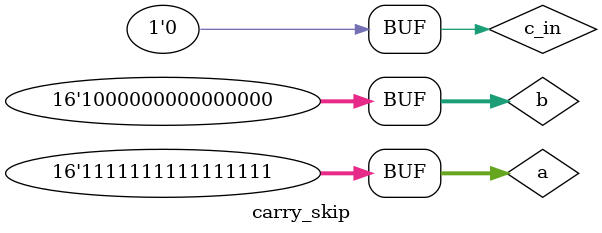
<source format=v>
`timescale 1ns / 1ps


module carry_skip;

	// Inputs
	reg [15:0] a;
	reg [15:0] b;
	reg c_in;

	// Outputs
	wire [15:0] sum;
	wire c_out;

	// Instantiate the Unit Under Test (UUT)
	n_carry_skip_adder uut (
		.sum(sum), 
		.c_out(c_out), 
		.a(a), 
		.b(b), 
		.c_in(c_in)
	);

	initial begin
		// Initialize Inputs
		a = 0;
		b = 0;
		c_in = 0;

		// Wait 100 ns for global reset to finish
		#100;
        
		// Add stimulus here
		#10 a=16'b1111111111111111; b=16'b1000000000000000;

	end
      
endmodule


</source>
